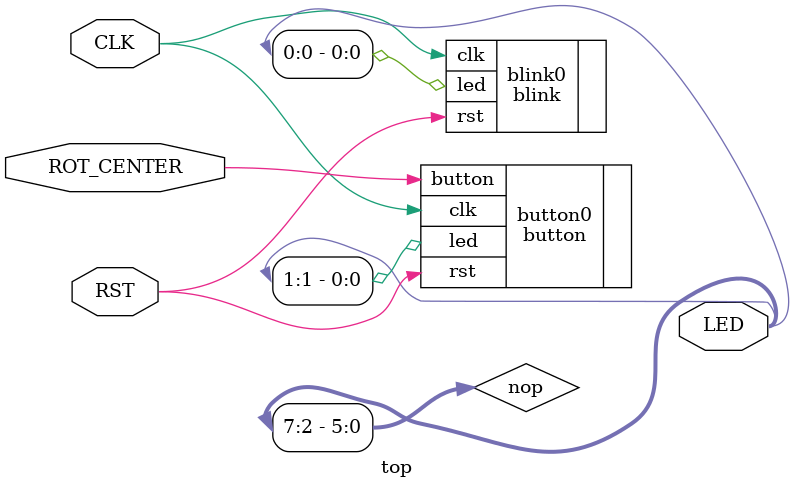
<source format=v>
`timescale 1ns / 1ps
`default_nettype none

module top (
    input wire CLK,
    input wire RST,
    output wire [7:0] LED,
    input ROT_CENTER
);
    wire [7:2] nop;
    assign nop = LED[7:2];

    blink blink0(.clk(CLK), .rst(RST), .led(LED[0]));
    button button0(.clk(CLK), .rst(RST), .button(ROT_CENTER), .led(LED[1]));
endmodule

`default_nettype wire
</source>
